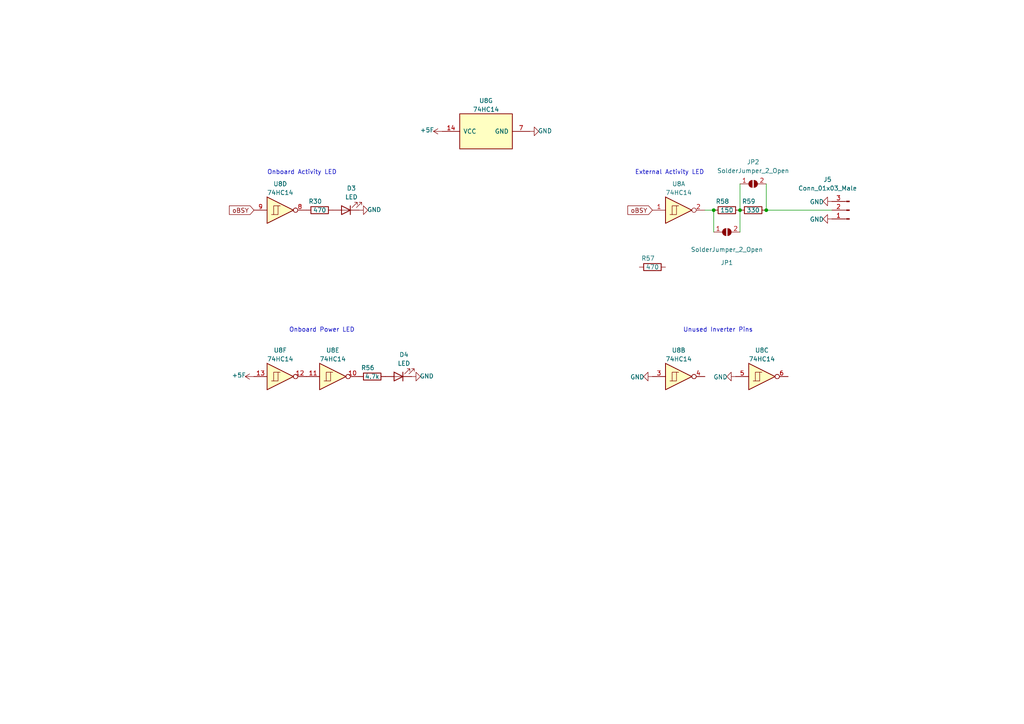
<source format=kicad_sch>
(kicad_sch (version 20211123) (generator eeschema)
  (paper "A4")
  (lib_symbols
    (symbol "74xx:74HC14" (pin_names (offset 1.016))
      (property "Reference" "U" (at 0 1.27 0))
      (property "Value" "74HC14" (at 0 -1.27 0))
      (symbol "74HC14_1_0"
        (polyline (pts (xy -3.81 3.81) (xy -3.81 -3.81) (xy 3.81 0) (xy -3.81 3.81)) (stroke (width 0.254)) (fill (type background)))
        (pin input line (at -7.62 0 0) (length 3.81) (name "~") (number "1"))
        (pin output inverted (at 7.62 0 180) (length 3.81) (name "~") (number "2"))
      )
      (symbol "74HC14_1_1"
        (polyline (pts (xy -1.905 -1.27) (xy -1.905 1.27) (xy -0.635 1.27)))
        (polyline (pts (xy -2.54 -1.27) (xy -0.635 -1.27) (xy -0.635 1.27) (xy 0 1.27)))
      )
      (symbol "74HC14_2_0"
        (polyline (pts (xy -3.81 3.81) (xy -3.81 -3.81) (xy 3.81 0) (xy -3.81 3.81)) (stroke (width 0.254)) (fill (type background)))
        (pin input line (at -7.62 0 0) (length 3.81) (name "~") (number "3"))
        (pin output inverted (at 7.62 0 180) (length 3.81) (name "~") (number "4"))
      )
      (symbol "74HC14_2_1"
        (polyline (pts (xy -1.905 -1.27) (xy -1.905 1.27) (xy -0.635 1.27)))
        (polyline (pts (xy -2.54 -1.27) (xy -0.635 -1.27) (xy -0.635 1.27) (xy 0 1.27)))
      )
      (symbol "74HC14_3_0"
        (polyline (pts (xy -3.81 3.81) (xy -3.81 -3.81) (xy 3.81 0) (xy -3.81 3.81)) (stroke (width 0.254)) (fill (type background)))
        (pin input line (at -7.62 0 0) (length 3.81) (name "~") (number "5"))
        (pin output inverted (at 7.62 0 180) (length 3.81) (name "~") (number "6"))
      )
      (symbol "74HC14_3_1"
        (polyline (pts (xy -1.905 -1.27) (xy -1.905 1.27) (xy -0.635 1.27)))
        (polyline (pts (xy -2.54 -1.27) (xy -0.635 -1.27) (xy -0.635 1.27) (xy 0 1.27)))
      )
      (symbol "74HC14_4_0"
        (polyline (pts (xy -3.81 3.81) (xy -3.81 -3.81) (xy 3.81 0) (xy -3.81 3.81)) (stroke (width 0.254)) (fill (type background)))
        (pin output inverted (at 7.62 0 180) (length 3.81) (name "~") (number "8"))
        (pin input line (at -7.62 0 0) (length 3.81) (name "~") (number "9"))
      )
      (symbol "74HC14_4_1"
        (polyline (pts (xy -1.905 -1.27) (xy -1.905 1.27) (xy -0.635 1.27)))
        (polyline (pts (xy -2.54 -1.27) (xy -0.635 -1.27) (xy -0.635 1.27) (xy 0 1.27)))
      )
      (symbol "74HC14_5_0"
        (polyline (pts (xy -3.81 3.81) (xy -3.81 -3.81) (xy 3.81 0) (xy -3.81 3.81)) (stroke (width 0.254)) (fill (type background)))
        (pin output inverted (at 7.62 0 180) (length 3.81) (name "~") (number "10"))
        (pin input line (at -7.62 0 0) (length 3.81) (name "~") (number "11"))
      )
      (symbol "74HC14_5_1"
        (polyline (pts (xy -1.905 -1.27) (xy -1.905 1.27) (xy -0.635 1.27)))
        (polyline (pts (xy -2.54 -1.27) (xy -0.635 -1.27) (xy -0.635 1.27) (xy 0 1.27)))
      )
      (symbol "74HC14_6_0"
        (polyline (pts (xy -3.81 3.81) (xy -3.81 -3.81) (xy 3.81 0) (xy -3.81 3.81)) (stroke (width 0.254)) (fill (type background)))
        (pin output inverted (at 7.62 0 180) (length 3.81) (name "~") (number "12"))
        (pin input line (at -7.62 0 0) (length 3.81) (name "~") (number "13"))
      )
      (symbol "74HC14_6_1"
        (polyline (pts (xy -1.905 -1.27) (xy -1.905 1.27) (xy -0.635 1.27)))
        (polyline (pts (xy -2.54 -1.27) (xy -0.635 -1.27) (xy -0.635 1.27) (xy 0 1.27)))
      )
      (symbol "74HC14_7_0"
        (pin power_in line (at 0 12.7 270) (length 5.08) (name "VCC") (number "14"))
        (pin power_in line (at 0 -12.7 90) (length 5.08) (name "GND") (number "7"))
      )
      (symbol "74HC14_7_1"
        (rectangle (start -5.08 7.62) (end 5.08 -7.62) (stroke (width 0.254)) (fill (type background)))
      )
    )
    (symbol "Connector:Conn_01x03_Male" (pin_names (offset 1.016) hide)
      (property "Reference" "J" (at 0 5.08 0))
      (property "Value" "Conn_01x03_Male" (at 0 -5.08 0))
      (symbol "Conn_01x03_Male_1_1"
        (polyline (pts (xy 1.27 -2.54) (xy 0.8636 -2.54)) (stroke (width 0.1524)))
        (polyline (pts (xy 1.27 0) (xy 0.8636 0)) (stroke (width 0.1524)))
        (polyline (pts (xy 1.27 2.54) (xy 0.8636 2.54)) (stroke (width 0.1524)))
        (rectangle (start 0.8636 -2.413) (end 0 -2.667) (stroke (width 0.1524)) (fill (type outline)))
        (rectangle (start 0.8636 0.127) (end 0 -0.127) (stroke (width 0.1524)) (fill (type outline)))
        (rectangle (start 0.8636 2.667) (end 0 2.413) (stroke (width 0.1524)) (fill (type outline)))
        (pin passive line (at 5.08 2.54 180) (length 3.81) (name "Pin_1") (number "1"))
        (pin passive line (at 5.08 0 180) (length 3.81) (name "Pin_2") (number "2"))
        (pin passive line (at 5.08 -2.54 180) (length 3.81) (name "Pin_3") (number "3"))
      )
    )
    (symbol "Device:LED" (pin_numbers hide) (pin_names (offset 1.016) hide)
      (property "Reference" "D" (at 0 2.54 0))
      (property "Value" "LED" (at 0 -2.54 0))
      (symbol "LED_0_1"
        (polyline (pts (xy -1.27 -1.27) (xy -1.27 1.27)) (stroke (width 0.254)))
        (polyline (pts (xy -1.27 0) (xy 1.27 0)))
        (polyline (pts (xy 1.27 -1.27) (xy 1.27 1.27) (xy -1.27 0) (xy 1.27 -1.27)) (stroke (width 0.254)))
        (polyline (pts (xy -3.048 -0.762) (xy -4.572 -2.286) (xy -3.81 -2.286) (xy -4.572 -2.286) (xy -4.572 -1.524)))
        (polyline (pts (xy -1.778 -0.762) (xy -3.302 -2.286) (xy -2.54 -2.286) (xy -3.302 -2.286) (xy -3.302 -1.524)))
      )
      (symbol "LED_1_1"
        (pin passive line (at -3.81 0 0) (length 2.54) (name "K") (number "1"))
        (pin passive line (at 3.81 0 180) (length 2.54) (name "A") (number "2"))
      )
    )
    (symbol "Device:R" (pin_numbers hide) (pin_names (offset 0))
      (property "Reference" "R" (at 2.032 0 90))
      (property "Value" "R" (at 0 0 90))
      (symbol "R_0_1"
        (rectangle (start -1.016 -2.54) (end 1.016 2.54) (stroke (width 0.254)))
      )
      (symbol "R_1_1"
        (pin passive line (at 0 3.81 270) (length 1.27) (name "~") (number "1"))
        (pin passive line (at 0 -3.81 90) (length 1.27) (name "~") (number "2"))
      )
    )
    (symbol "Jumper:SolderJumper_2_Open" (pin_names (offset 0) hide)
      (property "Reference" "JP" (at 0 2.032 0))
      (property "Value" "SolderJumper_2_Open" (at 0 -2.54 0))
      (symbol "SolderJumper_2_Open_0_1"
        (arc (start -0.254 1.016) (mid -1.27 0) (end -0.254 -1.016))
        (arc (start -0.254 1.016) (mid -1.27 0) (end -0.254 -1.016) (fill (type outline)))
        (polyline (pts (xy -0.254 1.016) (xy -0.254 -1.016)))
        (polyline (pts (xy 0.254 1.016) (xy 0.254 -1.016)))
        (arc (start 0.254 -1.016) (mid 1.27 0) (end 0.254 1.016))
        (arc (start 0.254 -1.016) (mid 1.27 0) (end 0.254 1.016) (fill (type outline)))
      )
      (symbol "SolderJumper_2_Open_1_1"
        (pin passive line (at -3.81 0 0) (length 2.54) (name "A") (number "1"))
        (pin passive line (at 3.81 0 180) (length 2.54) (name "B") (number "2"))
      )
    )
    (symbol "power:+5F" (power) (pin_names (offset 0))
      (property "Value" "+5F" (at 0 3.556 0))
      (symbol "+5F_0_1"
        (polyline (pts (xy -0.762 1.27) (xy 0 2.54)))
        (polyline (pts (xy 0 0) (xy 0 2.54)))
        (polyline (pts (xy 0 2.54) (xy 0.762 1.27)))
      )
      (symbol "+5F_1_1"
        (pin power_in line (at 0 0 90) (length 0) hide (name "+5F") (number "1"))
      )
    )
    (symbol "power:GND" (power) (pin_names (offset 0))
      (property "Value" "GND" (at 0 -3.81 0))
      (symbol "GND_0_1"
        (polyline (pts (xy 0 0) (xy 0 -1.27) (xy 1.27 -1.27) (xy 0 -2.54) (xy -1.27 -1.27) (xy 0 -1.27)))
      )
      (symbol "GND_1_1"
        (pin power_in line (at 0 0 270) (length 0) hide (name "GND") (number "1"))
      )
    )
  )
  (junction (at 214.63 60.96))
  (junction (at 222.25 60.96))
  (junction (at 207.01 60.96))
  (wire (pts (xy 222.25 60.96) (xy 241.3 60.96)))
  (wire (pts (xy 214.63 53.34) (xy 214.63 60.96)))
  (wire (pts (xy 204.47 60.96) (xy 207.01 60.96)))
  (wire (pts (xy 222.25 53.34) (xy 222.25 60.96)))
  (wire (pts (xy 214.63 60.96) (xy 214.63 67.31)))
  (wire (pts (xy 207.01 60.96) (xy 207.01 67.31)))
  (text "Onboard Power LED" (at 83.82 96.52 0) (effects (font (size 1.27 1.27)) (justify left bottom)))
  (text "Unused Inverter Pins" (at 198.12 96.52 0) (effects (font (size 1.27 1.27)) (justify left bottom)))
  (text "Onboard Activity LED" (at 77.47 50.8 0) (effects (font (size 1.27 1.27)) (justify left bottom)))
  (text "External Activity LED" (at 184.15 50.8 0) (effects (font (size 1.27 1.27)) (justify left bottom)))
  (global_label "oBSY" (shape input) (at 73.66 60.96 180) (property "Intersheet References" "${INTERSHEET_REFS}" (effects hide)))
  (global_label "oBSY" (shape input) (at 189.23 60.96 180) (property "Intersheet References" "${INTERSHEET_REFS}" (effects hide)))
  (symbol (lib_id "Device:R") (at 218.44 60.96 90) (unit 1)
    (property "Reference" "R59" (at 217.17 58.42 90))
    (property "Value" "330" (at 218.44 60.96 90))
    (property "Footprint" "Resistor_SMD:R_0603_1608Metric_Pad0.98x0.95mm_HandSolder" (effects hide))
  )
  (symbol (lib_id "power:GND") (at 153.67 38.1 90) (unit 1)
    (property "Reference" "#PWR041" (effects hide))
    (property "Value" "GND" (at 158.0642 37.973 90))
  )
  (symbol (lib_id "Device:R") (at 210.82 60.96 90) (unit 1)
    (property "Reference" "R58" (at 209.55 58.42 90))
    (property "Value" "150" (at 210.82 60.96 90))
    (property "Footprint" "Resistor_SMD:R_0603_1608Metric_Pad0.98x0.95mm_HandSolder" (effects hide))
  )
  (symbol (lib_id "74xx:74HC14") (at 81.28 60.96 0) (unit 4)
    (property "Reference" "U8" (at 81.28 53.34 0))
    (property "Value" "74HC14" (at 81.28 55.88 0))
    (property "Datasheet" "http://www.ti.com/lit/gpn/sn74HC14" (effects hide))
  )
  (symbol (lib_id "74xx:74HC14") (at 220.98 109.22 0) (unit 3)
    (property "Reference" "U8" (at 220.98 101.6 0))
    (property "Value" "74HC14" (at 220.98 104.14 0))
    (property "Datasheet" "http://www.ti.com/lit/gpn/sn74HC14" (effects hide))
  )
  (symbol (lib_id "power:GND") (at 189.23 109.22 270) (unit 1)
    (property "Reference" "#PWR042" (effects hide))
    (property "Value" "GND" (at 184.8358 109.347 90))
  )
  (symbol (lib_id "Jumper:SolderJumper_2_Open") (at 210.82 67.31 0) (unit 1)
    (property "Reference" "JP1" (at 210.82 76.2 0))
    (property "Value" "SolderJumper_2_Open" (at 210.82 72.39 0))
    (property "Footprint" "Jumper:SolderJumper-2_P1.3mm_Open_RoundedPad1.0x1.5mm" (effects hide))
  )
  (symbol (lib_id "Jumper:SolderJumper_2_Open") (at 218.44 53.34 0) (unit 1)
    (property "Reference" "JP2" (at 218.44 46.99 0))
    (property "Value" "SolderJumper_2_Open" (at 218.44 49.53 0))
    (property "Footprint" "Jumper:SolderJumper-2_P1.3mm_Open_RoundedPad1.0x1.5mm" (effects hide))
  )
  (symbol (lib_id "power:GND") (at 241.3 63.5 270) (unit 1)
    (property "Reference" "#PWR069" (effects hide))
    (property "Value" "GND" (at 236.9058 63.627 90))
  )
  (symbol (lib_id "74xx:74HC14") (at 81.28 109.22 0) (unit 6)
    (property "Reference" "U8" (at 81.28 101.6 0))
    (property "Value" "74HC14" (at 81.28 104.14 0))
    (property "Datasheet" "http://www.ti.com/lit/gpn/sn74HC14" (effects hide))
  )
  (symbol (lib_id "Device:R") (at 107.95 109.22 90) (unit 1)
    (property "Reference" "R56" (at 106.68 106.68 90))
    (property "Value" "4.7k" (at 107.95 109.22 90))
    (property "Footprint" "Resistor_SMD:R_0603_1608Metric_Pad0.98x0.95mm_HandSolder" (effects hide))
  )
  (symbol (lib_id "power:+5F") (at 128.27 38.1 90) (unit 1)
    (property "Reference" "#PWR038" (effects hide))
    (property "Value" "+5F" (at 123.8758 37.719 90))
  )
  (symbol (lib_id "power:GND") (at 119.38 109.22 90) (unit 1)
    (property "Reference" "#PWR035" (effects hide))
    (property "Value" "GND" (at 123.7742 109.093 90))
  )
  (symbol (lib_id "74xx:74HC14") (at 196.85 60.96 0) (unit 1)
    (property "Reference" "U8" (at 196.85 53.34 0))
    (property "Value" "74HC14" (at 196.85 55.88 0))
    (property "Datasheet" "http://www.ti.com/lit/gpn/sn74HC14" (effects hide))
  )
  (symbol (lib_id "74xx:74HC14") (at 140.97 38.1 90) (unit 7)
    (property "Reference" "U8" (at 140.97 29.21 90))
    (property "Value" "74HC14" (at 140.97 31.75 90))
    (property "Footprint" "Package_SO:SO-14_3.9x8.65mm_P1.27mm" (effects hide))
    (property "Datasheet" "http://www.ti.com/lit/gpn/sn74HC14" (effects hide))
    (property "JLC Part #" "C5605" (effects hide))
  )
  (symbol (lib_id "Device:LED") (at 100.33 60.96 180) (unit 1)
    (property "Reference" "D3" (at 101.9175 54.61 0))
    (property "Value" "LED" (at 101.9175 57.15 0))
    (property "Footprint" "LED_SMD:LED_0603_1608Metric_Pad1.05x0.95mm_HandSolder" (effects hide))
    (property "JLCPCB Part Number" "C72041" (effects hide))
  )
  (symbol (lib_id "power:GND") (at 213.36 109.22 270) (unit 1)
    (property "Reference" "#PWR059" (effects hide))
    (property "Value" "GND" (at 208.9658 109.347 90))
  )
  (symbol (lib_id "74xx:74HC14") (at 196.85 109.22 0) (unit 2)
    (property "Reference" "U8" (at 196.85 101.6 0))
    (property "Value" "74HC14" (at 196.85 104.14 0))
    (property "Datasheet" "http://www.ti.com/lit/gpn/sn74HC14" (effects hide))
  )
  (symbol (lib_id "Device:LED") (at 115.57 109.22 180) (unit 1)
    (property "Reference" "D4" (at 117.1575 102.87 0))
    (property "Value" "LED" (at 117.1575 105.41 0))
    (property "Footprint" "LED_SMD:LED_0603_1608Metric_Pad1.05x0.95mm_HandSolder" (effects hide))
    (property "JLCPCB Part #" "C2290" (effects hide))
  )
  (symbol (lib_id "Device:R") (at 92.71 60.96 90) (unit 1)
    (property "Reference" "R30" (at 91.44 58.42 90))
    (property "Value" "470" (at 92.71 60.96 90))
    (property "Footprint" "Resistor_SMD:R_0402_1005Metric_Pad0.72x0.64mm_HandSolder" (effects hide))
  )
  (symbol (lib_id "Connector:Conn_01x03_Male") (at 246.38 60.96 180) (unit 1)
    (property "Reference" "J5" (at 240.03 52.07 0))
    (property "Value" "Conn_01x03_Male" (at 240.03 54.61 0))
    (property "Footprint" "Connector_PinHeader_2.54mm:PinHeader_1x03_P2.54mm_Vertical" (effects hide))
  )
  (symbol (lib_id "power:+5F") (at 73.66 109.22 90) (unit 1)
    (property "Reference" "#PWR014" (effects hide))
    (property "Value" "+5F" (at 69.2658 108.839 90))
  )
  (symbol (lib_id "Device:R") (at 189.23 77.47 90) (unit 1)
    (property "Reference" "R57" (at 187.96 74.93 90))
    (property "Value" "470" (at 189.23 77.47 90))
    (property "Footprint" "Resistor_SMD:R_0402_1005Metric_Pad0.72x0.64mm_HandSolder" (effects hide))
  )
  (symbol (lib_id "power:GND") (at 104.14 60.96 90) (unit 1)
    (property "Reference" "#PWR017" (effects hide))
    (property "Value" "GND" (at 108.5342 60.833 90))
  )
  (symbol (lib_id "74xx:74HC14") (at 96.52 109.22 0) (unit 5)
    (property "Reference" "U8" (at 96.52 101.6 0))
    (property "Value" "74HC14" (at 96.52 104.14 0))
    (property "Datasheet" "http://www.ti.com/lit/gpn/sn74HC14" (effects hide))
  )
  (symbol (lib_id "power:GND") (at 241.3 58.42 270) (unit 1)
    (property "Reference" "#PWR068" (effects hide))
    (property "Value" "GND" (at 236.9058 58.547 90))
  )
)
</source>
